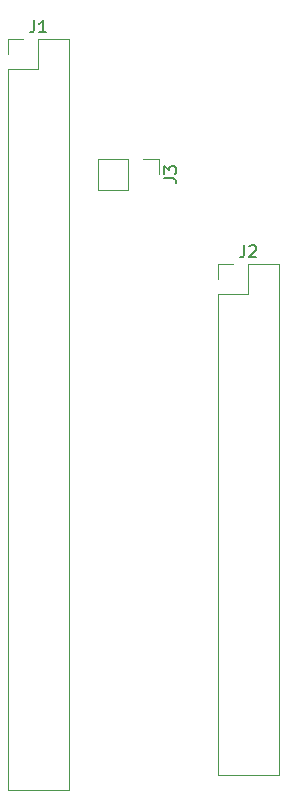
<source format=gbr>
%TF.GenerationSoftware,KiCad,Pcbnew,7.0.7-7.0.7~ubuntu22.04.1*%
%TF.CreationDate,2023-09-16T18:52:32-04:00*%
%TF.ProjectId,fd50to34,66643530-746f-4333-942e-6b696361645f,rev?*%
%TF.SameCoordinates,Original*%
%TF.FileFunction,Legend,Top*%
%TF.FilePolarity,Positive*%
%FSLAX46Y46*%
G04 Gerber Fmt 4.6, Leading zero omitted, Abs format (unit mm)*
G04 Created by KiCad (PCBNEW 7.0.7-7.0.7~ubuntu22.04.1) date 2023-09-16 18:52:32*
%MOMM*%
%LPD*%
G01*
G04 APERTURE LIST*
%ADD10C,0.150000*%
%ADD11C,0.120000*%
G04 APERTURE END LIST*
D10*
X936666Y2875180D02*
X936666Y2160895D01*
X936666Y2160895D02*
X889047Y2018038D01*
X889047Y2018038D02*
X793809Y1922800D01*
X793809Y1922800D02*
X650952Y1875180D01*
X650952Y1875180D02*
X555714Y1875180D01*
X1936666Y1875180D02*
X1365238Y1875180D01*
X1650952Y1875180D02*
X1650952Y2875180D01*
X1650952Y2875180D02*
X1555714Y2732323D01*
X1555714Y2732323D02*
X1460476Y2637085D01*
X1460476Y2637085D02*
X1365238Y2589466D01*
X18716666Y-16174819D02*
X18716666Y-16889104D01*
X18716666Y-16889104D02*
X18669047Y-17031961D01*
X18669047Y-17031961D02*
X18573809Y-17127200D01*
X18573809Y-17127200D02*
X18430952Y-17174819D01*
X18430952Y-17174819D02*
X18335714Y-17174819D01*
X19145238Y-16270057D02*
X19192857Y-16222438D01*
X19192857Y-16222438D02*
X19288095Y-16174819D01*
X19288095Y-16174819D02*
X19526190Y-16174819D01*
X19526190Y-16174819D02*
X19621428Y-16222438D01*
X19621428Y-16222438D02*
X19669047Y-16270057D01*
X19669047Y-16270057D02*
X19716666Y-16365295D01*
X19716666Y-16365295D02*
X19716666Y-16460533D01*
X19716666Y-16460533D02*
X19669047Y-16603390D01*
X19669047Y-16603390D02*
X19097619Y-17174819D01*
X19097619Y-17174819D02*
X19716666Y-17174819D01*
X11944819Y-10493333D02*
X12659104Y-10493333D01*
X12659104Y-10493333D02*
X12801961Y-10540952D01*
X12801961Y-10540952D02*
X12897200Y-10636190D01*
X12897200Y-10636190D02*
X12944819Y-10779047D01*
X12944819Y-10779047D02*
X12944819Y-10874285D01*
X11944819Y-10112380D02*
X11944819Y-9493333D01*
X11944819Y-9493333D02*
X12325771Y-9826666D01*
X12325771Y-9826666D02*
X12325771Y-9683809D01*
X12325771Y-9683809D02*
X12373390Y-9588571D01*
X12373390Y-9588571D02*
X12421009Y-9540952D01*
X12421009Y-9540952D02*
X12516247Y-9493333D01*
X12516247Y-9493333D02*
X12754342Y-9493333D01*
X12754342Y-9493333D02*
X12849580Y-9540952D01*
X12849580Y-9540952D02*
X12897200Y-9588571D01*
X12897200Y-9588571D02*
X12944819Y-9683809D01*
X12944819Y-9683809D02*
X12944819Y-9969523D01*
X12944819Y-9969523D02*
X12897200Y-10064761D01*
X12897200Y-10064761D02*
X12849580Y-10112380D01*
D11*
%TO.C,J1*%
X-1330000Y1330000D02*
X0Y1330000D01*
X-1330000Y0D02*
X-1330000Y1330000D01*
X-1330000Y-1270000D02*
X-1330000Y-62290000D01*
X-1330000Y-1270000D02*
X1270000Y-1270000D01*
X-1330000Y-62290000D02*
X3870000Y-62290000D01*
X1270000Y1330000D02*
X3870000Y1330000D01*
X1270000Y-1270000D02*
X1270000Y1330000D01*
X3870000Y1330000D02*
X3870000Y-62290000D01*
%TO.C,J2*%
X16450000Y-17720000D02*
X17780000Y-17720000D01*
X16450000Y-19050000D02*
X16450000Y-17720000D01*
X16450000Y-20320000D02*
X16450000Y-61020000D01*
X16450000Y-20320000D02*
X19050000Y-20320000D01*
X16450000Y-61020000D02*
X21650000Y-61020000D01*
X19050000Y-17720000D02*
X21650000Y-17720000D01*
X19050000Y-20320000D02*
X19050000Y-17720000D01*
X21650000Y-17720000D02*
X21650000Y-61020000D01*
%TO.C,J3*%
X11490000Y-8830000D02*
X11490000Y-10160000D01*
X10160000Y-8830000D02*
X11490000Y-8830000D01*
X8890000Y-8830000D02*
X6290000Y-8830000D01*
X8890000Y-8830000D02*
X8890000Y-11490000D01*
X6290000Y-8830000D02*
X6290000Y-11490000D01*
X8890000Y-11490000D02*
X6290000Y-11490000D01*
%TD*%
M02*

</source>
